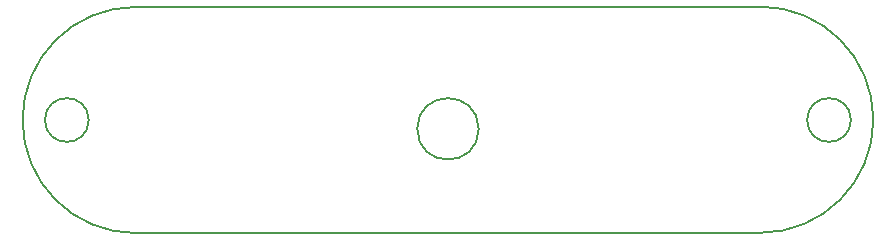
<source format=gm1>
G04 #@! TF.GenerationSoftware,KiCad,Pcbnew,5.0.2+dfsg1-1*
G04 #@! TF.CreationDate,2019-07-02T12:35:50-04:00*
G04 #@! TF.ProjectId,frontpanel,66726f6e-7470-4616-9e65-6c2e6b696361,rev?*
G04 #@! TF.SameCoordinates,Original*
G04 #@! TF.FileFunction,Profile,NP*
%FSLAX46Y46*%
G04 Gerber Fmt 4.6, Leading zero omitted, Abs format (unit mm)*
G04 Created by KiCad (PCBNEW 5.0.2+dfsg1-1) date Tue 02 Jul 2019 12:35:50 PM EDT*
%MOMM*%
%LPD*%
G01*
G04 APERTURE LIST*
%ADD10C,0.150000*%
%ADD11C,0.200000*%
G04 APERTURE END LIST*
D10*
X152600000Y-91175000D02*
G75*
G03X152600000Y-91175000I-2600000J0D01*
G01*
X184115000Y-90425000D02*
G75*
G03X184115000Y-90425000I-1850000J0D01*
G01*
X119585000Y-90425000D02*
G75*
G03X119585000Y-90425000I-1850000J0D01*
G01*
D11*
X123557000Y-100000000D02*
X176443000Y-100000000D01*
X123557000Y-100000000D02*
G75*
G02X123557000Y-80850000I0J9575000D01*
G01*
X176443000Y-80825000D02*
G75*
G02X176443000Y-99975000I0J-9575000D01*
G01*
X176443000Y-80850000D02*
X123557000Y-80850000D01*
M02*

</source>
